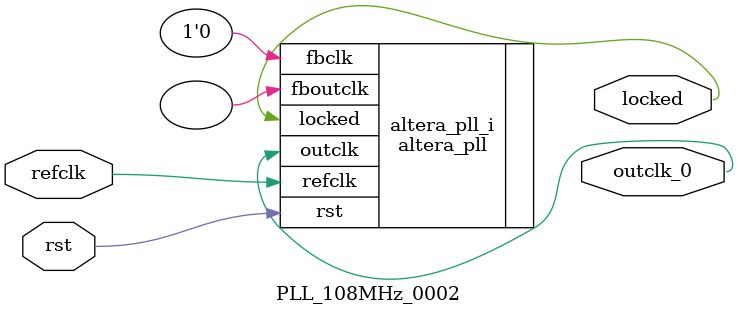
<source format=v>
`timescale 1ns/10ps
module  PLL_108MHz_0002(

	// interface 'refclk'
	input wire refclk,

	// interface 'reset'
	input wire rst,

	// interface 'outclk0'
	output wire outclk_0,

	// interface 'locked'
	output wire locked
);

	altera_pll #(
		.fractional_vco_multiplier("false"),
		.reference_clock_frequency("50.0 MHz"),
		.operation_mode("direct"),
		.number_of_clocks(1),
		.output_clock_frequency0("108.000000 MHz"),
		.phase_shift0("0 ps"),
		.duty_cycle0(50),
		.output_clock_frequency1("0 MHz"),
		.phase_shift1("0 ps"),
		.duty_cycle1(50),
		.output_clock_frequency2("0 MHz"),
		.phase_shift2("0 ps"),
		.duty_cycle2(50),
		.output_clock_frequency3("0 MHz"),
		.phase_shift3("0 ps"),
		.duty_cycle3(50),
		.output_clock_frequency4("0 MHz"),
		.phase_shift4("0 ps"),
		.duty_cycle4(50),
		.output_clock_frequency5("0 MHz"),
		.phase_shift5("0 ps"),
		.duty_cycle5(50),
		.output_clock_frequency6("0 MHz"),
		.phase_shift6("0 ps"),
		.duty_cycle6(50),
		.output_clock_frequency7("0 MHz"),
		.phase_shift7("0 ps"),
		.duty_cycle7(50),
		.output_clock_frequency8("0 MHz"),
		.phase_shift8("0 ps"),
		.duty_cycle8(50),
		.output_clock_frequency9("0 MHz"),
		.phase_shift9("0 ps"),
		.duty_cycle9(50),
		.output_clock_frequency10("0 MHz"),
		.phase_shift10("0 ps"),
		.duty_cycle10(50),
		.output_clock_frequency11("0 MHz"),
		.phase_shift11("0 ps"),
		.duty_cycle11(50),
		.output_clock_frequency12("0 MHz"),
		.phase_shift12("0 ps"),
		.duty_cycle12(50),
		.output_clock_frequency13("0 MHz"),
		.phase_shift13("0 ps"),
		.duty_cycle13(50),
		.output_clock_frequency14("0 MHz"),
		.phase_shift14("0 ps"),
		.duty_cycle14(50),
		.output_clock_frequency15("0 MHz"),
		.phase_shift15("0 ps"),
		.duty_cycle15(50),
		.output_clock_frequency16("0 MHz"),
		.phase_shift16("0 ps"),
		.duty_cycle16(50),
		.output_clock_frequency17("0 MHz"),
		.phase_shift17("0 ps"),
		.duty_cycle17(50),
		.pll_type("General"),
		.pll_subtype("General")
	) altera_pll_i (
		.rst	(rst),
		.outclk	({outclk_0}),
		.locked	(locked),
		.fboutclk	( ),
		.fbclk	(1'b0),
		.refclk	(refclk)
	);
endmodule


</source>
